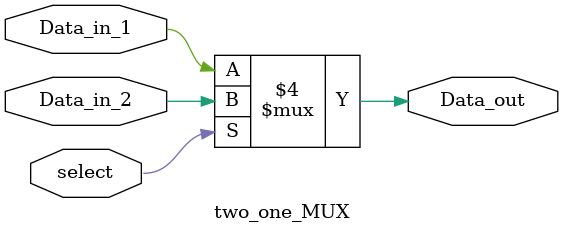
<source format=v>
`timescale 1ns / 1ps
module two_one_MUX(
	input Data_in_1, Data_in_2, select,
	output Data_out
 );

reg Data_out;

always @(*)
begin
	if ( select == 1'b0) begin
		Data_out = Data_in_1;
	end
	else begin
		Data_out = Data_in_2;
	end

end

endmodule

</source>
